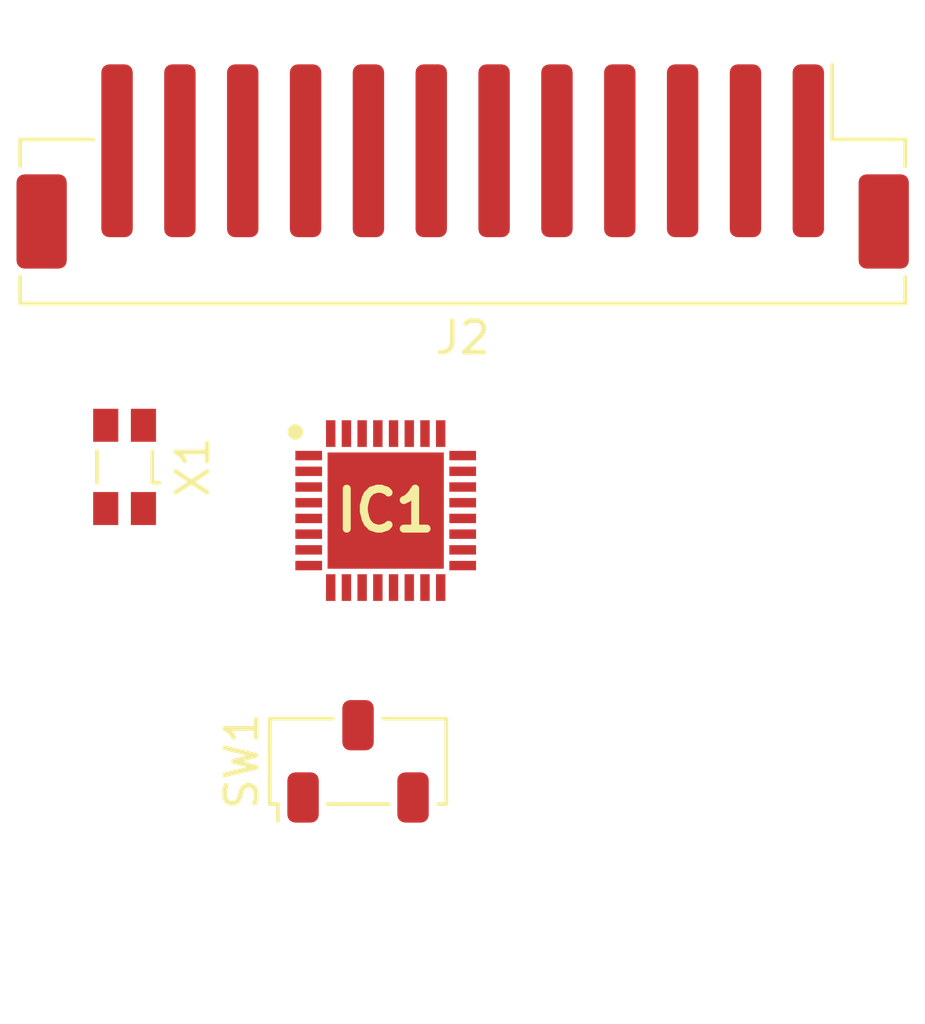
<source format=kicad_pcb>
(kicad_pcb (version 20240108) (generator "pcbnew") (generator_version "8.0")
  (layers (0 "F.Cu" signal) (31 "B.Cu" signal) (34 "B.Paste" user) (35 "F.Paste" user) (36 "B.SilkS" user "B.Silkscreen") (37 "F.SilkS" user "F.Silkscreen") (38 "B.Mask" user) (39 "F.Mask" user) (44 "Edge.Cuts" user))
  (net 0 "")
  (net 1 "+3V3")
  (net 2 "Net-(IC1-PC15-OSC32_OUT)")
  (net 3 "GND")
  (net 4 "Net-(IC1-PC14-OSC32_IN)")
  (net 6 "Net-(IC1-PF2-NRST)")
  (net 7 "+3.3VA")
  (net 8 "Net-(IC1-PA10)")
  (net 9 "Net-(IC1-PB3)")
  (net 10 "Net-(IC1-PF3-BOOT0)")
  (net 11 "Net-(IC1-PA14)")
  (net 12 "Net-(IC1-PA13)")
  (net 13 "Net-(IC1-PA9)")
  (net 14 "Net-(IC1-PA12_[PA10])")
  (net 15 "Net-(IC1-PB6)")
  (net 16 "Net-(IC1-PB4)")
  (net 17 "Net-(IC1-PA1)")
  (net 18 "Net-(IC1-PB1)")
  (net 19 "Net-(IC1-PB7)")
  (net 20 "Net-(IC1-PA5)")
  (net 21 "Net-(IC1-PB5)")
  (net 22 "Net-(IC1-PA3)")
  (net 23 "Net-(IC1-PA2)")
  (net 24 "Net-(IC1-PA11_[PA9])")
  (net 25 "Net-(IC1-PA7)")
  (net 26 "Net-(IC1-PA6)")
  (net 27 "Net-(IC1-PA4)")
  (net 28 "Net-(IC1-PA15)")
  (net 29 "Net-(IC1-PB0)")
  (net 30 "Net-(IC1-PA0-CK_IN)")
  (net 31 "Net-(IC1-PA8)")
  (net 32 "Net-(IC1-VDDUSB)")
  (footprint "Oscillator:Oscillator_SMD_SeikoEpson_SG3030CM" (layer "F.Cu") (at 144.18 93.38 90)
    (property "Reference" "X1" (at 0 2.17 90) (layer "F.SilkS"))
    (property "Value" "SG-3030CM")
    (fp_line (start -0.5 -0.88) (end 0.5 -0.88) (stroke (width 0.12)) (layer "F.SilkS"))
    (fp_line (start -0.5 0.88) (end 0.5 0.88) (stroke (width 0.12)) (layer "F.SilkS"))
    (fp_line (start -0.5 1.1) (end -0.5 0.88) (stroke (width 0.12)) (layer "F.SilkS"))
    (pad "1" smd rect (at -1.325 0.6 90) (size 1.05 0.8) (layers "F.Cu" "F.Paste" "F.Mask") (net 2 "Net-(IC1-PC15-OSC32_OUT)"))
    (pad "2" smd rect (at 1.325 0.6 90) (size 1.05 0.8) (layers "F.Cu" "F.Paste" "F.Mask") (net 3 "GND"))
    (pad "3" smd rect (at 1.325 -0.6 90) (size 1.05 0.8) (layers "F.Cu" "F.Paste" "F.Mask"))
    (pad "4" smd rect (at -1.325 -0.6 90) (size 1.05 0.8) (layers "F.Cu" "F.Paste" "F.Mask") (net 4 "Net-(IC1-PC14-OSC32_IN)"))
  )
  (footprint "Connector_JST:JST_PH_B12B-PH-SM4-TB_1x12-1MP_P2.00mm_Vertical" (layer "F.Cu") (at 154.94 83.82 180)
    (property "Reference" "J2" (at 0 -5.45 360) (layer "F.SilkS"))
    (property "Value" "Conn_01x12_Pin")
    (fp_line (start 14.085 0.86) (end 11.76 0.86) (stroke (width 0.12)) (layer "F.SilkS"))
    (fp_line (start 14.085 0.01) (end 14.085 0.86) (stroke (width 0.12)) (layer "F.SilkS"))
    (fp_line (start 14.085 -4.36) (end 14.085 -3.51) (stroke (width 0.12)) (layer "F.SilkS"))
    (fp_line (start -11.76 0.86) (end -11.76 3.25) (stroke (width 0.12)) (layer "F.SilkS"))
    (fp_line (start -14.085 0.86) (end -11.76 0.86) (stroke (width 0.12)) (layer "F.SilkS"))
    (fp_line (start -14.085 0.01) (end -14.085 0.86) (stroke (width 0.12)) (layer "F.SilkS"))
    (fp_line (start -14.085 -3.51) (end -14.085 -4.36) (stroke (width 0.12)) (layer "F.SilkS"))
    (fp_line (start -14.085 -4.36) (end 14.085 -4.36) (stroke (width 0.12)) (layer "F.SilkS"))
    (pad "1" smd roundrect (at -11 0.5 180) (size 1 5.5) (layers "F.Cu" "F.Paste" "F.Mask") (net 8 "Net-(IC1-PA10)"))
    (pad "2" smd roundrect (at -9 0.5 180) (size 1 5.5) (layers "F.Cu" "F.Paste" "F.Mask") (net 24 "Net-(IC1-PA11_[PA9])"))
    (pad "3" smd roundrect (at -7 0.5 180) (size 1 5.5) (layers "F.Cu" "F.Paste" "F.Mask") (net 14 "Net-(IC1-PA12_[PA10])"))
    (pad "4" smd roundrect (at -5 0.5 180) (size 1 5.5) (layers "F.Cu" "F.Paste" "F.Mask") (net 12 "Net-(IC1-PA13)"))
    (pad "5" smd roundrect (at -3 0.5 180) (size 1 5.5) (layers "F.Cu" "F.Paste" "F.Mask") (net 11 "Net-(IC1-PA14)"))
    (pad "6" smd roundrect (at -1 0.5 180) (size 1 5.5) (layers "F.Cu" "F.Paste" "F.Mask") (net 28 "Net-(IC1-PA15)"))
    (pad "7" smd roundrect (at 1 0.5 180) (size 1 5.5) (layers "F.Cu" "F.Paste" "F.Mask") (net 9 "Net-(IC1-PB3)"))
    (pad "8" smd roundrect (at 3 0.5 180) (size 1 5.5) (layers "F.Cu" "F.Paste" "F.Mask") (net 16 "Net-(IC1-PB4)"))
    (pad "9" smd roundrect (at 5 0.5 180) (size 1 5.5) (layers "F.Cu" "F.Paste" "F.Mask") (net 21 "Net-(IC1-PB5)"))
    (pad "10" smd roundrect (at 7 0.5 180) (size 1 5.5) (layers "F.Cu" "F.Paste" "F.Mask") (net 15 "Net-(IC1-PB6)"))
    (pad "11" smd roundrect (at 9 0.5 180) (size 1 5.5) (layers "F.Cu" "F.Paste" "F.Mask") (net 19 "Net-(IC1-PB7)"))
    (pad "12" smd roundrect (at 11 0.5 180) (size 1 5.5) (layers "F.Cu" "F.Paste" "F.Mask") (net 10 "Net-(IC1-PF3-BOOT0)"))
    (pad "MP" smd roundrect (at -13.4 -1.75 180) (size 1.6 3) (layers "F.Cu" "F.Paste" "F.Mask") (roundrect_rratio 0.15625))
    (pad "MP" smd roundrect (at 13.4 -1.75 180) (size 1.6 3) (layers "F.Cu" "F.Paste" "F.Mask") (roundrect_rratio 0.15625))
  )
  (footprint "Riley:QFN50P500X500X60-33N-D" (layer "F.Cu") (at 152.49 94.77)
    (property "Reference" "IC1" (at 0 0 0) (layer "F.SilkS") (effects (font (size 1.27 1.27) (thickness 0.254))))
    (property "Value" "STM32U073KCU3" (hide yes))
    (fp_circle (center -2.875 -2.5) (end -2.875 -2.375) (stroke (width 0.25)) (fill none) (layer "F.SilkS"))
    (pad "1" smd rect (at -2.45 -1.75 90) (size 0.3 0.85) (layers "F.Cu" "F.Paste" "F.Mask") (net 1 "+3V3"))
    (pad "2" smd rect (at -2.45 -1.25 90) (size 0.3 0.85) (layers "F.Cu" "F.Paste" "F.Mask") (net 4 "Net-(IC1-PC14-OSC32_IN)"))
    (pad "3" smd rect (at -2.45 -0.75 90) (size 0.3 0.85) (layers "F.Cu" "F.Paste" "F.Mask") (net 2 "Net-(IC1-PC15-OSC32_OUT)"))
    (pad "4" smd rect (at -2.45 -0.25 90) (size 0.3 0.85) (layers "F.Cu" "F.Paste" "F.Mask") (net 6 "Net-(IC1-PF2-NRST)"))
    (pad "5" smd rect (at -2.45 0.25 90) (size 0.3 0.85) (layers "F.Cu" "F.Paste" "F.Mask") (net 7 "+3.3VA"))
    (pad "6" smd rect (at -2.45 0.75 90) (size 0.3 0.85) (layers "F.Cu" "F.Paste" "F.Mask") (net 30 "Net-(IC1-PA0-CK_IN)"))
    (pad "7" smd rect (at -2.45 1.25 90) (size 0.3 0.85) (layers "F.Cu" "F.Paste" "F.Mask") (net 17 "Net-(IC1-PA1)"))
    (pad "8" smd rect (at -2.45 1.75 90) (size 0.3 0.85) (layers "F.Cu" "F.Paste" "F.Mask") (net 23 "Net-(IC1-PA2)"))
    (pad "9" smd rect (at -1.75 2.45) (size 0.3 0.85) (layers "F.Cu" "F.Paste" "F.Mask") (net 22 "Net-(IC1-PA3)"))
    (pad "10" smd rect (at -1.25 2.45) (size 0.3 0.85) (layers "F.Cu" "F.Paste" "F.Mask") (net 27 "Net-(IC1-PA4)"))
    (pad "11" smd rect (at -0.75 2.45) (size 0.3 0.85) (layers "F.Cu" "F.Paste" "F.Mask") (net 20 "Net-(IC1-PA5)"))
    (pad "12" smd rect (at -0.25 2.45) (size 0.3 0.85) (layers "F.Cu" "F.Paste" "F.Mask") (net 26 "Net-(IC1-PA6)"))
    (pad "13" smd rect (at 0.25 2.45) (size 0.3 0.85) (layers "F.Cu" "F.Paste" "F.Mask") (net 25 "Net-(IC1-PA7)"))
    (pad "14" smd rect (at 0.75 2.45) (size 0.3 0.85) (layers "F.Cu" "F.Paste" "F.Mask") (net 29 "Net-(IC1-PB0)"))
    (pad "15" smd rect (at 1.25 2.45) (size 0.3 0.85) (layers "F.Cu" "F.Paste" "F.Mask") (net 18 "Net-(IC1-PB1)"))
    (pad "16" smd rect (at 1.75 2.45) (size 0.3 0.85) (layers "F.Cu" "F.Paste" "F.Mask") (net 3 "GND"))
    (pad "17" smd rect (at 2.45 1.75 90) (size 0.3 0.85) (layers "F.Cu" "F.Paste" "F.Mask") (net 32 "Net-(IC1-VDDUSB)"))
    (pad "18" smd rect (at 2.45 1.25 90) (size 0.3 0.85) (layers "F.Cu" "F.Paste" "F.Mask") (net 31 "Net-(IC1-PA8)"))
    (pad "19" smd rect (at 2.45 0.75 90) (size 0.3 0.85) (layers "F.Cu" "F.Paste" "F.Mask") (net 13 "Net-(IC1-PA9)"))
    (pad "20" smd rect (at 2.45 0.25 90) (size 0.3 0.85) (layers "F.Cu" "F.Paste" "F.Mask") (net 8 "Net-(IC1-PA10)"))
    (pad "21" smd rect (at 2.45 -0.25 90) (size 0.3 0.85) (layers "F.Cu" "F.Paste" "F.Mask") (net 24 "Net-(IC1-PA11_[PA9])"))
    (pad "22" smd rect (at 2.45 -0.75 90) (size 0.3 0.85) (layers "F.Cu" "F.Paste" "F.Mask") (net 14 "Net-(IC1-PA12_[PA10])"))
    (pad "23" smd rect (at 2.45 -1.25 90) (size 0.3 0.85) (layers "F.Cu" "F.Paste" "F.Mask") (net 12 "Net-(IC1-PA13)"))
    (pad "24" smd rect (at 2.45 -1.75 90) (size 0.3 0.85) (layers "F.Cu" "F.Paste" "F.Mask") (net 11 "Net-(IC1-PA14)"))
    (pad "25" smd rect (at 1.75 -2.45) (size 0.3 0.85) (layers "F.Cu" "F.Paste" "F.Mask") (net 28 "Net-(IC1-PA15)"))
    (pad "26" smd rect (at 1.25 -2.45) (size 0.3 0.85) (layers "F.Cu" "F.Paste" "F.Mask") (net 9 "Net-(IC1-PB3)"))
    (pad "27" smd rect (at 0.75 -2.45) (size 0.3 0.85) (layers "F.Cu" "F.Paste" "F.Mask") (net 16 "Net-(IC1-PB4)"))
    (pad "28" smd rect (at 0.25 -2.45) (size 0.3 0.85) (layers "F.Cu" "F.Paste" "F.Mask") (net 21 "Net-(IC1-PB5)"))
    (pad "29" smd rect (at -0.25 -2.45) (size 0.3 0.85) (layers "F.Cu" "F.Paste" "F.Mask") (net 15 "Net-(IC1-PB6)"))
    (pad "30" smd rect (at -0.75 -2.45) (size 0.3 0.85) (layers "F.Cu" "F.Paste" "F.Mask") (net 19 "Net-(IC1-PB7)"))
    (pad "31" smd rect (at -1.25 -2.45) (size 0.3 0.85) (layers "F.Cu" "F.Paste" "F.Mask") (net 10 "Net-(IC1-PF3-BOOT0)"))
    (pad "32" smd rect (at -1.75 -2.45) (size 0.3 0.85) (layers "F.Cu" "F.Paste" "F.Mask") (net 3 "GND"))
    (pad "33" smd rect (at 0 0) (size 3.7 3.7) (layers "F.Cu" "F.Paste" "F.Mask") (net 3 "GND"))
  )
  (footprint "Button_Switch_SMD:Nidec_Copal_CAS-120A" (layer "F.Cu") (at 151.61 102.75 90)
    (property "Reference" "SW1" (at 0 -3.7 90) (layer "F.SilkS"))
    (property "Value" "SW_Nidec_CAS-120A1")
    (fp_line (start 1.36 -2.81) (end 1.36 -0.8) (stroke (width 0.12)) (layer "F.SilkS"))
    (fp_line (start -1.36 -2.81) (end 1.36 -2.81) (stroke (width 0.12)) (layer "F.SilkS"))
    (fp_line (start -1.36 -2.55) (end -1.36 -2.8) (stroke (width 0.12)) (layer "F.SilkS"))
    (fp_line (start -1.36 -2.55) (end -1.9 -2.55) (stroke (width 0.12)) (layer "F.SilkS"))
    (fp_line (start -1.36 -0.98) (end -1.36 0.98) (stroke (width 0.12)) (layer "F.SilkS"))
    (fp_line (start 1.36 0.8) (end 1.36 2.81) (stroke (width 0.12)) (layer "F.SilkS"))
    (fp_line (start 1.35 2.81) (end -1.35 2.81) (stroke (width 0.12)) (layer "F.SilkS"))
    (fp_line (start -1.36 2.81) (end -1.36 2.55) (stroke (width 0.12)) (layer "F.SilkS"))
    (pad "1" smd roundrect (at -1.15 -1.75) (size 1 1.6) (layers "F.Cu" "F.Paste" "F.Mask") (net 1 "+3V3"))
    (pad "2" smd roundrect (at 1.15 0) (size 1 1.6) (layers "F.Cu" "F.Paste" "F.Mask") (net 6 "Net-(IC1-PF2-NRST)"))
    (pad "3" smd roundrect (at -1.15 1.75) (size 1 1.6) (layers "F.Cu" "F.Paste" "F.Mask") (net 3 "GND"))
  )
)
</source>
